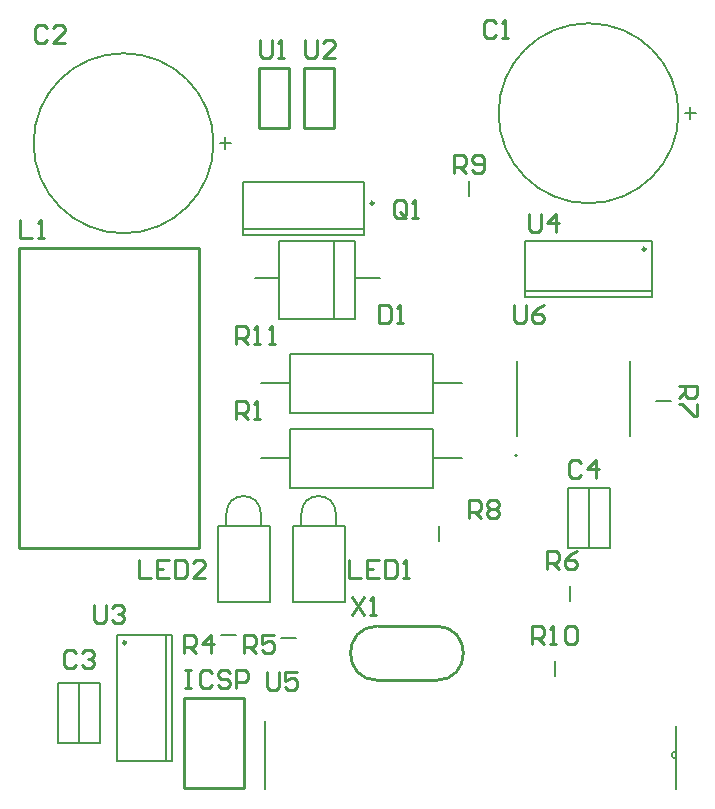
<source format=gto>
G04*
G04 #@! TF.GenerationSoftware,Altium Limited,Altium Designer,19.1.7 (138)*
G04*
G04 Layer_Color=65535*
%FSLAX25Y25*%
%MOIN*%
G70*
G01*
G75*
%ADD10C,0.00984*%
%ADD11C,0.00500*%
%ADD12C,0.01000*%
%ADD13C,0.00787*%
%ADD14C,0.00600*%
%ADD15C,0.00591*%
D10*
X50768Y68504D02*
G03*
X50768Y68504I-492J0D01*
G01*
X223996Y199724D02*
G03*
X223996Y199724I-492J0D01*
G01*
X133327Y215000D02*
G03*
X133327Y215000I-492J0D01*
G01*
D11*
X120709Y111653D02*
G03*
X109291Y111653I-5709J0D01*
G01*
X95709D02*
G03*
X84291Y111653I-5709J0D01*
G01*
X120709Y107323D02*
Y111653D01*
X109291Y107323D02*
Y111653D01*
X123661Y82126D02*
Y107323D01*
X106339D02*
X123661D01*
X106339Y82126D02*
Y107323D01*
Y82126D02*
X123661D01*
X95709Y107323D02*
Y111653D01*
X84291Y107323D02*
Y111653D01*
X98661Y82126D02*
Y107323D01*
X81339D02*
X98661D01*
X81339Y82126D02*
Y107323D01*
Y82126D02*
X98661D01*
X218898Y137480D02*
Y162520D01*
X181102Y137480D02*
Y162520D01*
D12*
X134713Y74055D02*
G03*
X134713Y55945I0J-9055D01*
G01*
X154213D02*
G03*
X154213Y74055I0J9055D01*
G01*
X134713D02*
X154213D01*
X134713Y55945D02*
X154213D01*
X95000Y240000D02*
X105000D01*
Y250000D02*
Y260000D01*
X95000D02*
X105000D01*
X95000Y240000D02*
Y260000D01*
X105000Y240000D02*
Y250000D01*
X110000Y260000D02*
X120000D01*
X110000Y240000D02*
Y250000D01*
Y240000D02*
X120000D01*
Y260000D01*
X110000Y250000D02*
Y260000D01*
X70000Y20000D02*
X90000D01*
X70000D02*
Y50000D01*
X75000D01*
X90000D01*
Y20000D02*
Y50000D01*
X15000Y100000D02*
Y200000D01*
Y100000D02*
X75000D01*
X15000Y200000D02*
X75000D01*
Y150000D02*
Y200000D01*
Y100000D02*
Y150000D01*
X87640Y168237D02*
Y174235D01*
X90639D01*
X91639Y173235D01*
Y171236D01*
X90639Y170236D01*
X87640D01*
X89640D02*
X91639Y168237D01*
X93638D02*
X95638D01*
X94638D01*
Y174235D01*
X93638Y173235D01*
X98637Y168237D02*
X100636D01*
X99636D01*
Y174235D01*
X98637Y173235D01*
X70500Y59498D02*
X72499D01*
X71500D01*
Y53500D01*
X70500D01*
X72499D01*
X79497Y58498D02*
X78497Y59498D01*
X76498D01*
X75498Y58498D01*
Y54500D01*
X76498Y53500D01*
X78497D01*
X79497Y54500D01*
X85495Y58498D02*
X84496Y59498D01*
X82496D01*
X81496Y58498D01*
Y57499D01*
X82496Y56499D01*
X84496D01*
X85495Y55499D01*
Y54500D01*
X84496Y53500D01*
X82496D01*
X81496Y54500D01*
X87494Y53500D02*
Y59498D01*
X90494D01*
X91493Y58498D01*
Y56499D01*
X90494Y55499D01*
X87494D01*
X95500Y269498D02*
Y264500D01*
X96500Y263500D01*
X98499D01*
X99499Y264500D01*
Y269498D01*
X101498Y263500D02*
X103497D01*
X102498D01*
Y269498D01*
X101498Y268498D01*
X110500Y269498D02*
Y264500D01*
X111500Y263500D01*
X113499D01*
X114499Y264500D01*
Y269498D01*
X120497Y263500D02*
X116498D01*
X120497Y267499D01*
Y268498D01*
X119497Y269498D01*
X117498D01*
X116498Y268498D01*
X180000Y180998D02*
Y176000D01*
X181000Y175000D01*
X182999D01*
X183999Y176000D01*
Y180998D01*
X189997D02*
X187997Y179998D01*
X185998Y177999D01*
Y176000D01*
X186998Y175000D01*
X188997D01*
X189997Y176000D01*
Y176999D01*
X188997Y177999D01*
X185998D01*
X97700Y58761D02*
Y53763D01*
X98700Y52763D01*
X100699D01*
X101699Y53763D01*
Y58761D01*
X107697D02*
X103698D01*
Y55762D01*
X105697Y56762D01*
X106697D01*
X107697Y55762D01*
Y53763D01*
X106697Y52763D01*
X104698D01*
X103698Y53763D01*
X126113Y83598D02*
X130111Y77600D01*
Y83598D02*
X126113Y77600D01*
X132111D02*
X134110D01*
X133110D01*
Y83598D01*
X132111Y82598D01*
X185000Y211372D02*
Y206374D01*
X186000Y205374D01*
X187999D01*
X188999Y206374D01*
Y211372D01*
X193997Y205374D02*
Y211372D01*
X190998Y208373D01*
X194997D01*
X40000Y80998D02*
Y76000D01*
X41000Y75000D01*
X42999D01*
X43999Y76000D01*
Y80998D01*
X45998Y79998D02*
X46998Y80998D01*
X48997D01*
X49997Y79998D01*
Y78999D01*
X48997Y77999D01*
X47997D01*
X48997D01*
X49997Y76999D01*
Y76000D01*
X48997Y75000D01*
X46998D01*
X45998Y76000D01*
X186074Y68100D02*
Y74098D01*
X189073D01*
X190073Y73098D01*
Y71099D01*
X189073Y70099D01*
X186074D01*
X188073D02*
X190073Y68100D01*
X192072D02*
X194071D01*
X193072D01*
Y74098D01*
X192072Y73098D01*
X197071D02*
X198070Y74098D01*
X200069D01*
X201069Y73098D01*
Y69100D01*
X200069Y68100D01*
X198070D01*
X197071Y69100D01*
Y73098D01*
X160000Y225000D02*
Y230998D01*
X162999D01*
X163999Y229998D01*
Y227999D01*
X162999Y226999D01*
X160000D01*
X161999D02*
X163999Y225000D01*
X165998Y226000D02*
X166998Y225000D01*
X168997D01*
X169997Y226000D01*
Y229998D01*
X168997Y230998D01*
X166998D01*
X165998Y229998D01*
Y228999D01*
X166998Y227999D01*
X169997D01*
X165000Y110000D02*
Y115998D01*
X167999D01*
X168999Y114998D01*
Y112999D01*
X167999Y111999D01*
X165000D01*
X166999D02*
X168999Y110000D01*
X170998Y114998D02*
X171998Y115998D01*
X173997D01*
X174997Y114998D01*
Y113999D01*
X173997Y112999D01*
X174997Y111999D01*
Y111000D01*
X173997Y110000D01*
X171998D01*
X170998Y111000D01*
Y111999D01*
X171998Y112999D01*
X170998Y113999D01*
Y114998D01*
X171998Y112999D02*
X173997D01*
X235000Y153937D02*
X240998D01*
Y150938D01*
X239998Y149938D01*
X237999D01*
X236999Y150938D01*
Y153937D01*
Y151938D02*
X235000Y149938D01*
X240998Y147939D02*
Y143940D01*
X239998D01*
X236000Y147939D01*
X235000D01*
X191074Y93100D02*
Y99098D01*
X194073D01*
X195073Y98098D01*
Y96099D01*
X194073Y95099D01*
X191074D01*
X193073D02*
X195073Y93100D01*
X201071Y99098D02*
X199071Y98098D01*
X197072Y96099D01*
Y94100D01*
X198072Y93100D01*
X200071D01*
X201071Y94100D01*
Y95099D01*
X200071Y96099D01*
X197072D01*
X90000Y65000D02*
Y70998D01*
X92999D01*
X93999Y69998D01*
Y67999D01*
X92999Y66999D01*
X90000D01*
X91999D02*
X93999Y65000D01*
X99997Y70998D02*
X95998D01*
Y67999D01*
X97997Y68999D01*
X98997D01*
X99997Y67999D01*
Y66000D01*
X98997Y65000D01*
X96998D01*
X95998Y66000D01*
X70000Y65000D02*
Y70998D01*
X72999D01*
X73999Y69998D01*
Y67999D01*
X72999Y66999D01*
X70000D01*
X71999D02*
X73999Y65000D01*
X78997D02*
Y70998D01*
X75998Y67999D01*
X79997D01*
X87640Y143237D02*
Y149235D01*
X90639D01*
X91639Y148235D01*
Y146236D01*
X90639Y145236D01*
X87640D01*
X89640D02*
X91639Y143237D01*
X93638D02*
X95638D01*
X94638D01*
Y149235D01*
X93638Y148235D01*
X143999Y211000D02*
Y214998D01*
X142999Y215998D01*
X141000D01*
X140000Y214998D01*
Y211000D01*
X141000Y210000D01*
X142999D01*
X141999Y211999D02*
X143999Y210000D01*
X142999D02*
X143999Y211000D01*
X145998Y210000D02*
X147997D01*
X146998D01*
Y215998D01*
X145998Y214998D01*
X55000Y95998D02*
Y90000D01*
X58999D01*
X64997Y95998D02*
X60998D01*
Y90000D01*
X64997D01*
X60998Y92999D02*
X62997D01*
X66996Y95998D02*
Y90000D01*
X69995D01*
X70995Y91000D01*
Y94998D01*
X69995Y95998D01*
X66996D01*
X76993Y90000D02*
X72994D01*
X76993Y93999D01*
Y94998D01*
X75993Y95998D01*
X73994D01*
X72994Y94998D01*
X125000Y95998D02*
Y90000D01*
X128999D01*
X134997Y95998D02*
X130998D01*
Y90000D01*
X134997D01*
X130998Y92999D02*
X132997D01*
X136996Y95998D02*
Y90000D01*
X139995D01*
X140995Y91000D01*
Y94998D01*
X139995Y95998D01*
X136996D01*
X142994Y90000D02*
X144993D01*
X143994D01*
Y95998D01*
X142994Y94998D01*
X15500Y209498D02*
Y203500D01*
X19499D01*
X21498D02*
X23497D01*
X22498D01*
Y209498D01*
X21498Y208498D01*
X135000Y180998D02*
Y175000D01*
X137999D01*
X138999Y176000D01*
Y179998D01*
X137999Y180998D01*
X135000D01*
X140998Y175000D02*
X142997D01*
X141998D01*
Y180998D01*
X140998Y179998D01*
X202599Y128456D02*
X201599Y129455D01*
X199600D01*
X198600Y128456D01*
Y124457D01*
X199600Y123458D01*
X201599D01*
X202599Y124457D01*
X207597Y123458D02*
Y129455D01*
X204598Y126456D01*
X208597D01*
X33999Y64998D02*
X32999Y65998D01*
X31000D01*
X30000Y64998D01*
Y61000D01*
X31000Y60000D01*
X32999D01*
X33999Y61000D01*
X35998Y64998D02*
X36998Y65998D01*
X38997D01*
X39997Y64998D01*
Y63999D01*
X38997Y62999D01*
X37997D01*
X38997D01*
X39997Y61999D01*
Y61000D01*
X38997Y60000D01*
X36998D01*
X35998Y61000D01*
X24599Y273398D02*
X23599Y274398D01*
X21600D01*
X20600Y273398D01*
Y269400D01*
X21600Y268400D01*
X23599D01*
X24599Y269400D01*
X30597Y268400D02*
X26598D01*
X30597Y272399D01*
Y273398D01*
X29597Y274398D01*
X27598D01*
X26598Y273398D01*
X173999Y274998D02*
X172999Y275998D01*
X171000D01*
X170000Y274998D01*
Y271000D01*
X171000Y270000D01*
X172999D01*
X173999Y271000D01*
X175998Y270000D02*
X177997D01*
X176998D01*
Y275998D01*
X175998Y274998D01*
D13*
X235000Y245000D02*
G03*
X235000Y245000I-30000J0D01*
G01*
X181299Y130905D02*
G03*
X181299Y130905I-394J0D01*
G01*
X80000Y235000D02*
G03*
X80000Y235000I-30000J0D01*
G01*
X47717Y28937D02*
X66220D01*
X47717Y71063D02*
X66220D01*
X47717Y28937D02*
Y71063D01*
X66220Y28937D02*
Y71063D01*
X64252Y28937D02*
Y71063D01*
X183937Y183780D02*
Y202284D01*
X226063Y183780D02*
Y202284D01*
X183937D02*
X226063D01*
X183937Y183780D02*
X226063D01*
X183937Y185748D02*
X226063D01*
X35000Y35138D02*
X42000D01*
Y55020D01*
X28000D02*
X42000D01*
X28000Y35138D02*
Y55020D01*
Y35138D02*
X35000D01*
Y44882D02*
Y55020D01*
Y35138D02*
Y45276D01*
X155000Y102441D02*
Y107559D01*
X130276Y204449D02*
Y222165D01*
X89724Y204449D02*
Y222165D01*
X130276D01*
X89724Y204449D02*
X130276D01*
X89724Y206417D02*
X130276D01*
X153287Y155000D02*
X162835D01*
X95906D02*
X105453D01*
X153287D02*
Y164842D01*
X105453D02*
X153287D01*
X105453Y145158D02*
Y164842D01*
Y145158D02*
X153287D01*
Y155000D01*
X102441Y70000D02*
X107559D01*
X82441Y71063D02*
X87559D01*
X101831Y190000D02*
Y202500D01*
X127224D01*
Y176500D02*
Y202500D01*
X101831Y176500D02*
X127224D01*
X101831D02*
Y190000D01*
X120000Y176500D02*
X120138Y202500D01*
X127224Y190000D02*
X135394D01*
X93661D02*
X101831D01*
X198000Y120020D02*
X205000D01*
X198000Y100138D02*
Y120020D01*
Y100138D02*
X212000D01*
Y120020D01*
X205000D02*
X212000D01*
X205000Y100138D02*
Y110276D01*
Y109882D02*
Y120020D01*
X153287Y120158D02*
Y130000D01*
X105453Y120158D02*
X153287D01*
X105453D02*
Y139842D01*
X153287D01*
Y130000D02*
Y139842D01*
X95906Y130000D02*
X105453D01*
X153287D02*
X162835D01*
X227441Y148937D02*
X232559D01*
X165000Y217441D02*
Y222559D01*
X193937Y57441D02*
Y62559D01*
X198937Y82441D02*
Y87559D01*
D14*
X234000Y32263D02*
G03*
X234000Y29863I0J-1200D01*
G01*
Y32263D02*
Y40863D01*
Y29863D02*
Y32263D01*
Y19863D02*
Y29863D01*
X97000Y19863D02*
Y42263D01*
D15*
X237015Y245051D02*
X240951D01*
X238983Y247019D02*
Y243083D01*
X82015Y235051D02*
X85951D01*
X83983Y237019D02*
Y233083D01*
M02*

</source>
